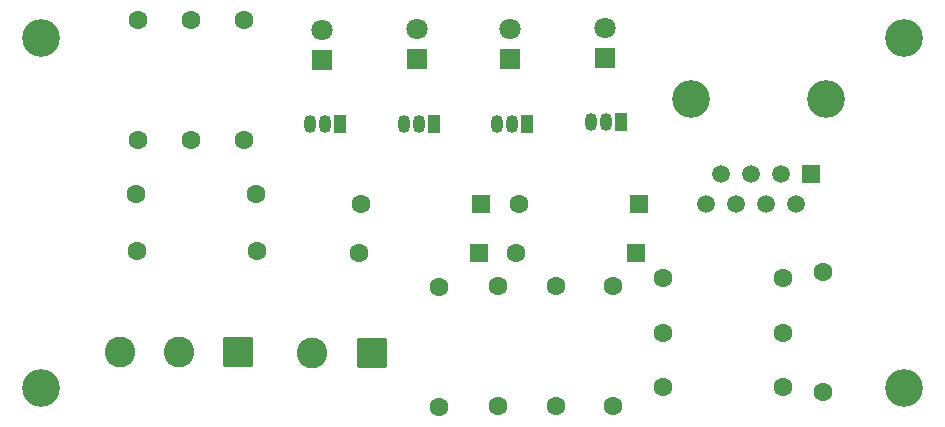
<source format=gbr>
%TF.GenerationSoftware,KiCad,Pcbnew,9.0.2*%
%TF.CreationDate,2025-06-13T14:53:57+02:00*%
%TF.ProjectId,wli,776c692e-6b69-4636-9164-5f7063625858,rev?*%
%TF.SameCoordinates,Original*%
%TF.FileFunction,Soldermask,Bot*%
%TF.FilePolarity,Negative*%
%FSLAX46Y46*%
G04 Gerber Fmt 4.6, Leading zero omitted, Abs format (unit mm)*
G04 Created by KiCad (PCBNEW 9.0.2) date 2025-06-13 14:53:57*
%MOMM*%
%LPD*%
G01*
G04 APERTURE LIST*
G04 Aperture macros list*
%AMRoundRect*
0 Rectangle with rounded corners*
0 $1 Rounding radius*
0 $2 $3 $4 $5 $6 $7 $8 $9 X,Y pos of 4 corners*
0 Add a 4 corners polygon primitive as box body*
4,1,4,$2,$3,$4,$5,$6,$7,$8,$9,$2,$3,0*
0 Add four circle primitives for the rounded corners*
1,1,$1+$1,$2,$3*
1,1,$1+$1,$4,$5*
1,1,$1+$1,$6,$7*
1,1,$1+$1,$8,$9*
0 Add four rect primitives between the rounded corners*
20,1,$1+$1,$2,$3,$4,$5,0*
20,1,$1+$1,$4,$5,$6,$7,0*
20,1,$1+$1,$6,$7,$8,$9,0*
20,1,$1+$1,$8,$9,$2,$3,0*%
G04 Aperture macros list end*
%ADD10C,3.200000*%
%ADD11C,1.600000*%
%ADD12RoundRect,0.250000X0.550000X0.550000X-0.550000X0.550000X-0.550000X-0.550000X0.550000X-0.550000X0*%
%ADD13R,1.050000X1.500000*%
%ADD14O,1.050000X1.500000*%
%ADD15R,1.800000X1.800000*%
%ADD16C,1.800000*%
%ADD17RoundRect,0.250000X1.050000X1.050000X-1.050000X1.050000X-1.050000X-1.050000X1.050000X-1.050000X0*%
%ADD18C,2.600000*%
%ADD19R,1.500000X1.500000*%
%ADD20C,1.500000*%
G04 APERTURE END LIST*
D10*
%TO.C,H4*%
X189700000Y-95100000D03*
%TD*%
%TO.C,H3*%
X189700000Y-124700000D03*
%TD*%
%TO.C,H2*%
X116700000Y-124700000D03*
%TD*%
%TO.C,H1*%
X116700000Y-95100000D03*
%TD*%
D11*
%TO.C,R12*%
X165080000Y-116120000D03*
X165080000Y-126280000D03*
%TD*%
D12*
%TO.C,D7*%
X153960000Y-109100000D03*
D11*
X143800000Y-109100000D03*
%TD*%
%TO.C,R10*%
X169300000Y-120100000D03*
X179460000Y-120100000D03*
%TD*%
%TO.C,R8*%
X129360000Y-103680000D03*
X129360000Y-93520000D03*
%TD*%
%TO.C,R9*%
X155380000Y-116120000D03*
X155380000Y-126280000D03*
%TD*%
D13*
%TO.C,Q2*%
X149950000Y-102340000D03*
D14*
X148680000Y-102340000D03*
X147410000Y-102340000D03*
%TD*%
D15*
%TO.C,D1*%
X140480000Y-96975000D03*
D16*
X140480000Y-94435000D03*
%TD*%
D15*
%TO.C,D3*%
X156380000Y-96875000D03*
D16*
X156380000Y-94335000D03*
%TD*%
D13*
%TO.C,Q1*%
X141980000Y-102400000D03*
D14*
X140710000Y-102400000D03*
X139440000Y-102400000D03*
%TD*%
D11*
%TO.C,R2*%
X150380000Y-116200000D03*
X150380000Y-126360000D03*
%TD*%
%TO.C,R6*%
X160280000Y-116120000D03*
X160280000Y-126280000D03*
%TD*%
%TO.C,R7*%
X169300000Y-124600000D03*
X179460000Y-124600000D03*
%TD*%
%TO.C,R11*%
X133860000Y-103680000D03*
X133860000Y-93520000D03*
%TD*%
D17*
%TO.C,J2*%
X144705000Y-121727500D03*
D18*
X139625000Y-121727500D03*
%TD*%
D10*
%TO.C,J3*%
X183132500Y-100250000D03*
X171702500Y-100250000D03*
D19*
X181862500Y-106600000D03*
D20*
X180592500Y-109140000D03*
X179322500Y-106600000D03*
X178052500Y-109140000D03*
X176782500Y-106600000D03*
X175512500Y-109140000D03*
X174242500Y-106600000D03*
X172972500Y-109140000D03*
%TD*%
D11*
%TO.C,R1*%
X182880000Y-125080000D03*
X182880000Y-114920000D03*
%TD*%
D12*
%TO.C,D9*%
X167260000Y-109100000D03*
D11*
X157100000Y-109100000D03*
%TD*%
D13*
%TO.C,Q4*%
X165750000Y-102240000D03*
D14*
X164480000Y-102240000D03*
X163210000Y-102240000D03*
%TD*%
D17*
%TO.C,J1*%
X133360000Y-121700000D03*
D18*
X128360000Y-121700000D03*
X123360000Y-121700000D03*
%TD*%
D12*
%TO.C,D10*%
X167060000Y-113300000D03*
D11*
X156900000Y-113300000D03*
%TD*%
%TO.C,R5*%
X124880000Y-103680000D03*
X124880000Y-93520000D03*
%TD*%
D15*
%TO.C,D4*%
X164380000Y-96775000D03*
D16*
X164380000Y-94235000D03*
%TD*%
D12*
%TO.C,D8*%
X153760000Y-113300000D03*
D11*
X143600000Y-113300000D03*
%TD*%
%TO.C,R4*%
X124800000Y-113100000D03*
X134960000Y-113100000D03*
%TD*%
%TO.C,R13*%
X169300000Y-115400000D03*
X179460000Y-115400000D03*
%TD*%
D13*
%TO.C,Q3*%
X157850000Y-102340000D03*
D14*
X156580000Y-102340000D03*
X155310000Y-102340000D03*
%TD*%
D11*
%TO.C,R3*%
X124700000Y-108300000D03*
X134860000Y-108300000D03*
%TD*%
D15*
%TO.C,D2*%
X148480000Y-96875000D03*
D16*
X148480000Y-94335000D03*
%TD*%
M02*

</source>
